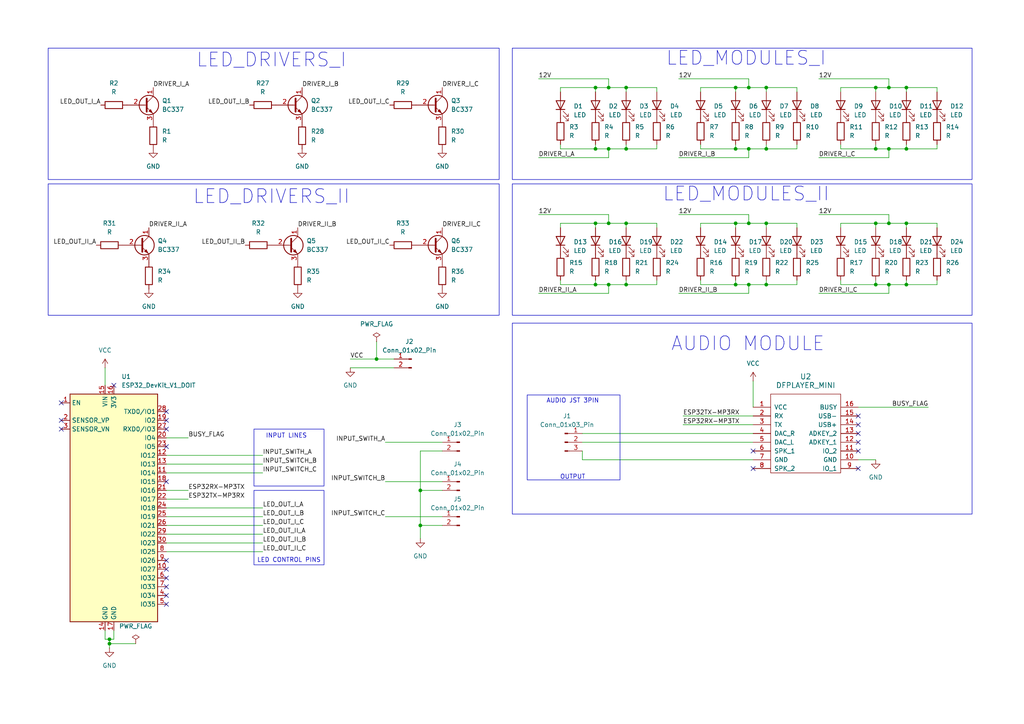
<source format=kicad_sch>
(kicad_sch (version 20231120) (generator "eeschema") (generator_version "8.0")
  (paper "A4")
  (lib_symbols
    (symbol "Arduino-Various:DFPLAYER_MINI" (pin_names (offset 1.016))
      (property "Reference" "U" (at 0 -6.35 0))
      (property "Value" "DFPLAYER_MINI" (at 0 11.43 0))
      (symbol "DFPLAYER_MINI_0_1"
        (rectangle (start -10.16 -10.16) (end 10.16 12.7))
      )
      (symbol "DFPLAYER_MINI_1_1"
        (pin input line (at -15.24 8.89 0) (length 5.08) (name "VCC") (number "1"))
        (pin input line (at 15.24 -6.35 180) (length 5.08) (name "GND") (number "10"))
        (pin input line (at 15.24 -3.81 180) (length 5.08) (name "IO_2") (number "11"))
        (pin input line (at 15.24 -1.27 180) (length 5.08) (name "ADKEY_1") (number "12"))
        (pin input line (at 15.24 1.27 180) (length 5.08) (name "ADKEY_2") (number "13"))
        (pin input line (at 15.24 3.81 180) (length 5.08) (name "USB+") (number "14"))
        (pin input line (at 15.24 6.35 180) (length 5.08) (name "USB-") (number "15"))
        (pin input line (at 15.24 8.89 180) (length 5.08) (name "BUSY") (number "16"))
        (pin input line (at -15.24 6.35 0) (length 5.08) (name "RX") (number "2"))
        (pin input line (at -15.24 3.81 0) (length 5.08) (name "TX") (number "3"))
        (pin input line (at -15.24 1.27 0) (length 5.08) (name "DAC_R") (number "4"))
        (pin input line (at -15.24 -1.27 0) (length 5.08) (name "DAC_L") (number "5"))
        (pin input line (at -15.24 -3.81 0) (length 5.08) (name "SPK_1") (number "6"))
        (pin input line (at -15.24 -6.35 0) (length 5.08) (name "GND") (number "7"))
        (pin input line (at -15.24 -8.89 0) (length 5.08) (name "SPK_2") (number "8"))
        (pin input line (at 15.24 -8.89 180) (length 5.08) (name "IO_1") (number "9"))
      )
    )
    (symbol "Connector:Conn_01x02_Pin" (pin_names (offset 1.016) hide)
      (property "Reference" "J" (at 0 2.54 0))
      (property "Value" "Conn_01x02_Pin" (at 0 -5.08 0))
      (symbol "Conn_01x02_Pin_1_1"
        (polyline (pts (xy 1.27 -2.54) (xy 0.8636 -2.54)) (stroke (width 0.1524)))
        (polyline (pts (xy 1.27 0) (xy 0.8636 0)) (stroke (width 0.1524)))
        (rectangle (start 0.8636 -2.413) (end 0 -2.667) (stroke (width 0.1524)) (fill (type outline)))
        (rectangle (start 0.8636 0.127) (end 0 -0.127) (stroke (width 0.1524)) (fill (type outline)))
        (pin passive line (at 5.08 0 180) (length 3.81) (name "Pin_1") (number "1"))
        (pin passive line (at 5.08 -2.54 180) (length 3.81) (name "Pin_2") (number "2"))
      )
    )
    (symbol "Connector:Conn_01x03_Pin" (pin_names (offset 1.016) hide)
      (property "Reference" "J" (at 0 5.08 0))
      (property "Value" "Conn_01x03_Pin" (at 0 -5.08 0))
      (symbol "Conn_01x03_Pin_1_1"
        (polyline (pts (xy 1.27 -2.54) (xy 0.8636 -2.54)) (stroke (width 0.1524)))
        (polyline (pts (xy 1.27 0) (xy 0.8636 0)) (stroke (width 0.1524)))
        (polyline (pts (xy 1.27 2.54) (xy 0.8636 2.54)) (stroke (width 0.1524)))
        (rectangle (start 0.8636 -2.413) (end 0 -2.667) (stroke (width 0.1524)) (fill (type outline)))
        (rectangle (start 0.8636 0.127) (end 0 -0.127) (stroke (width 0.1524)) (fill (type outline)))
        (rectangle (start 0.8636 2.667) (end 0 2.413) (stroke (width 0.1524)) (fill (type outline)))
        (pin passive line (at 5.08 2.54 180) (length 3.81) (name "Pin_1") (number "1"))
        (pin passive line (at 5.08 0 180) (length 3.81) (name "Pin_2") (number "2"))
        (pin passive line (at 5.08 -2.54 180) (length 3.81) (name "Pin_3") (number "3"))
      )
    )
    (symbol "Device:LED" (pin_numbers hide) (pin_names (offset 1.016) hide)
      (property "Reference" "D" (at 0 2.54 0))
      (property "Value" "LED" (at 0 -2.54 0))
      (symbol "LED_0_1"
        (polyline (pts (xy -1.27 -1.27) (xy -1.27 1.27)) (stroke (width 0.254)))
        (polyline (pts (xy -1.27 0) (xy 1.27 0)))
        (polyline (pts (xy 1.27 -1.27) (xy 1.27 1.27) (xy -1.27 0) (xy 1.27 -1.27)) (stroke (width 0.254)))
        (polyline (pts (xy -3.048 -0.762) (xy -4.572 -2.286) (xy -3.81 -2.286) (xy -4.572 -2.286) (xy -4.572 -1.524)))
        (polyline (pts (xy -1.778 -0.762) (xy -3.302 -2.286) (xy -2.54 -2.286) (xy -3.302 -2.286) (xy -3.302 -1.524)))
      )
      (symbol "LED_1_1"
        (pin passive line (at -3.81 0 0) (length 2.54) (name "K") (number "1"))
        (pin passive line (at 3.81 0 180) (length 2.54) (name "A") (number "2"))
      )
    )
    (symbol "Device:R" (pin_numbers hide) (pin_names (offset 0))
      (property "Reference" "R" (at 2.032 0 90))
      (property "Value" "R" (at 0 0 90))
      (symbol "R_0_1"
        (rectangle (start -1.016 -2.54) (end 1.016 2.54) (stroke (width 0.254)))
      )
      (symbol "R_1_1"
        (pin passive line (at 0 3.81 270) (length 1.27) (name "~") (number "1"))
        (pin passive line (at 0 -3.81 90) (length 1.27) (name "~") (number "2"))
      )
    )
    (symbol "ESP32_DevKit_V1_DOIT:ESP32_DevKit_V1_DOIT"
      (property "Reference" "U" (at -11.43 34.29 0))
      (property "Value" "ESP32_DevKit_V1_DOIT" (at 11.43 34.29 0))
      (symbol "ESP32_DevKit_V1_DOIT_1_1"
        (rectangle (start -12.7 33.02) (end 12.7 -33.02) (stroke (width 0.254)) (fill (type background)))
        (pin input line (at -15.24 30.48 0) (length 2.54) (name "EN") (number "1"))
        (pin bidirectional line (at 15.24 -17.78 180) (length 2.54) (name "IO27") (number "10"))
        (pin bidirectional line (at 15.24 10.16 180) (length 2.54) (name "IO14") (number "11"))
        (pin bidirectional line (at 15.24 15.24 180) (length 2.54) (name "IO12") (number "12"))
        (pin bidirectional line (at 15.24 12.7 180) (length 2.54) (name "IO13") (number "13"))
        (pin power_in line (at -2.54 -35.56 90) (length 2.54) (name "GND") (number "14"))
        (pin power_in line (at -2.54 35.56 270) (length 2.54) (name "VIN") (number "15"))
        (pin power_in line (at 0 35.56 270) (length 2.54) (name "3V3") (number "16"))
        (pin power_in line (at 0 -35.56 90) (length 2.54) (name "GND") (number "17"))
        (pin bidirectional line (at 15.24 7.62 180) (length 2.54) (name "IO15") (number "18"))
        (pin bidirectional line (at 15.24 25.4 180) (length 2.54) (name "IO2") (number "19"))
        (pin input line (at -15.24 25.4 0) (length 2.54) (name "SENSOR_VP") (number "2"))
        (pin bidirectional line (at 15.24 20.32 180) (length 2.54) (name "IO4") (number "20"))
        (pin bidirectional line (at 15.24 5.08 180) (length 2.54) (name "IO16") (number "21"))
        (pin bidirectional line (at 15.24 2.54 180) (length 2.54) (name "IO17") (number "22"))
        (pin bidirectional line (at 15.24 17.78 180) (length 2.54) (name "IO5") (number "23"))
        (pin bidirectional line (at 15.24 0 180) (length 2.54) (name "IO18") (number "24"))
        (pin bidirectional line (at 15.24 -2.54 180) (length 2.54) (name "IO19") (number "25"))
        (pin bidirectional line (at 15.24 -5.08 180) (length 2.54) (name "IO21") (number "26"))
        (pin bidirectional line (at 15.24 22.86 180) (length 2.54) (name "RXD0/IO3") (number "27"))
        (pin bidirectional line (at 15.24 27.94 180) (length 2.54) (name "TXD0/IO1") (number "28"))
        (pin bidirectional line (at 15.24 -7.62 180) (length 2.54) (name "IO22") (number "29"))
        (pin input line (at -15.24 22.86 0) (length 2.54) (name "SENSOR_VN") (number "3"))
        (pin bidirectional line (at 15.24 -10.16 180) (length 2.54) (name "IO23") (number "30"))
        (pin input line (at 15.24 -25.4 180) (length 2.54) (name "IO34") (number "4"))
        (pin input line (at 15.24 -27.94 180) (length 2.54) (name "IO35") (number "5"))
        (pin bidirectional line (at 15.24 -20.32 180) (length 2.54) (name "IO32") (number "6"))
        (pin bidirectional line (at 15.24 -22.86 180) (length 2.54) (name "IO33") (number "7"))
        (pin bidirectional line (at 15.24 -12.7 180) (length 2.54) (name "IO25") (number "8"))
        (pin bidirectional line (at 15.24 -15.24 180) (length 2.54) (name "IO26") (number "9"))
      )
    )
    (symbol "Transistor_BJT:BC337" (pin_names (offset 0) hide)
      (property "Reference" "Q" (at 5.08 1.905 0))
      (property "Value" "BC337" (at 5.08 0 0))
      (symbol "BC337_0_1"
        (polyline (pts (xy 0 0) (xy 0.635 0)))
        (polyline (pts (xy 0.635 0.635) (xy 2.54 2.54)))
        (polyline (pts (xy 0.635 -0.635) (xy 2.54 -2.54) (xy 2.54 -2.54)))
        (polyline (pts (xy 0.635 1.905) (xy 0.635 -1.905) (xy 0.635 -1.905)) (stroke (width 0.508)))
        (polyline (pts (xy 1.27 -1.778) (xy 1.778 -1.27) (xy 2.286 -2.286) (xy 1.27 -1.778) (xy 1.27 -1.778)) (fill (type outline)))
        (circle (center 1.27 0) (radius 2.8194) (stroke (width 0.254)))
      )
      (symbol "BC337_1_1"
        (pin passive line (at 2.54 5.08 270) (length 2.54) (name "C") (number "1"))
        (pin input line (at -5.08 0 0) (length 5.08) (name "B") (number "2"))
        (pin passive line (at 2.54 -5.08 90) (length 2.54) (name "E") (number "3"))
      )
    )
    (symbol "power:GND" (power) (pin_numbers hide) (pin_names (offset 0) hide)
      (property "Value" "GND" (at 0 -3.81 0))
      (symbol "GND_0_1"
        (polyline (pts (xy 0 0) (xy 0 -1.27) (xy 1.27 -1.27) (xy 0 -2.54) (xy -1.27 -1.27) (xy 0 -1.27)))
      )
      (symbol "GND_1_1"
        (pin power_in line (at 0 0 270) (length 0) (name "~") (number "1"))
      )
    )
    (symbol "power:PWR_FLAG" (power) (pin_numbers hide) (pin_names (offset 0) hide)
      (property "Value" "PWR_FLAG" (at 0 3.81 0))
      (symbol "PWR_FLAG_0_0"
        (pin power_out line (at 0 0 90) (length 0) (name "~") (number "1"))
      )
      (symbol "PWR_FLAG_0_1"
        (polyline (pts (xy 0 0) (xy 0 1.27) (xy -1.016 1.905) (xy 0 2.54) (xy 1.016 1.905) (xy 0 1.27)))
      )
    )
    (symbol "power:VCC" (power) (pin_numbers hide) (pin_names (offset 0) hide)
      (property "Value" "VCC" (at 0 3.556 0))
      (symbol "VCC_0_1"
        (polyline (pts (xy -0.762 1.27) (xy 0 2.54)))
        (polyline (pts (xy 0 0) (xy 0 2.54)))
        (polyline (pts (xy 0 2.54) (xy 0.762 1.27)))
      )
      (symbol "VCC_1_1"
        (pin power_in line (at 0 0 90) (length 0) (name "~") (number "1"))
      )
    )
  )
  (junction (at 213.36 43.18))
  (junction (at 254 25.4))
  (junction (at 254 82.55))
  (junction (at 172.72 82.55))
  (junction (at 213.36 82.55))
  (junction (at 121.92 152.4))
  (junction (at 217.17 64.77))
  (junction (at 176.53 43.18))
  (junction (at 217.17 43.18))
  (junction (at 172.72 64.77))
  (junction (at 262.89 64.77))
  (junction (at 257.81 43.18))
  (junction (at 254 64.77))
  (junction (at 222.25 82.55))
  (junction (at 262.89 25.4))
  (junction (at 217.17 25.4))
  (junction (at 262.89 43.18))
  (junction (at 222.25 64.77))
  (junction (at 217.17 82.55))
  (junction (at 31.75 185.42))
  (junction (at 176.53 25.4))
  (junction (at 213.36 64.77))
  (junction (at 176.53 64.77))
  (junction (at 181.61 25.4))
  (junction (at 213.36 25.4))
  (junction (at 257.81 64.77))
  (junction (at 109.22 104.14))
  (junction (at 254 43.18))
  (junction (at 172.72 43.18))
  (junction (at 181.61 82.55))
  (junction (at 257.81 25.4))
  (junction (at 31.75 186.69))
  (junction (at 257.81 82.55))
  (junction (at 181.61 43.18))
  (junction (at 181.61 64.77))
  (junction (at 262.89 82.55))
  (junction (at 222.25 25.4))
  (junction (at 222.25 43.18))
  (junction (at 121.92 142.24))
  (junction (at 176.53 82.55))
  (junction (at 172.72 25.4))
  (no_connect (at 48.26 172.72))
  (no_connect (at 48.26 175.26))
  (no_connect (at 48.26 139.7))
  (no_connect (at 48.26 162.56))
  (no_connect (at 48.26 165.1))
  (no_connect (at 48.26 121.92))
  (no_connect (at 17.78 124.46))
  (no_connect (at 248.92 135.89))
  (no_connect (at 48.26 170.18))
  (no_connect (at 48.26 119.38))
  (no_connect (at 218.44 130.81))
  (no_connect (at 218.44 135.89))
  (no_connect (at 48.26 129.54))
  (no_connect (at 48.26 124.46))
  (no_connect (at 248.92 130.81))
  (no_connect (at 17.78 121.92))
  (no_connect (at 33.02 111.76))
  (no_connect (at 248.92 128.27))
  (no_connect (at 248.92 123.19))
  (no_connect (at 17.78 116.84))
  (no_connect (at 248.92 125.73))
  (no_connect (at 248.92 120.65))
  (no_connect (at 48.26 167.64))
  (wire (pts (xy 176.53 62.23) (xy 176.53 64.77)))
  (wire (pts (xy 162.56 81.28) (xy 162.56 82.55)))
  (wire (pts (xy 31.75 185.42) (xy 33.02 185.42)))
  (wire (pts (xy 162.56 26.67) (xy 162.56 25.4)))
  (wire (pts (xy 218.44 110.49) (xy 218.44 118.11)))
  (wire (pts (xy 271.78 25.4) (xy 271.78 26.67)))
  (wire (pts (xy 196.85 45.72) (xy 217.17 45.72)))
  (wire (pts (xy 213.36 81.28) (xy 213.36 82.55)))
  (wire (pts (xy 111.76 139.7) (xy 128.27 139.7)))
  (wire (pts (xy 217.17 22.86) (xy 217.17 25.4)))
  (wire (pts (xy 176.53 25.4) (xy 181.61 25.4)))
  (wire (pts (xy 48.26 160.02) (xy 76.2 160.02)))
  (wire (pts (xy 217.17 62.23) (xy 217.17 64.77)))
  (wire (pts (xy 254 64.77) (xy 254 66.04)))
  (wire (pts (xy 172.72 25.4) (xy 176.53 25.4)))
  (wire (pts (xy 172.72 64.77) (xy 172.72 66.04)))
  (wire (pts (xy 243.84 25.4) (xy 254 25.4)))
  (wire (pts (xy 262.89 64.77) (xy 271.78 64.77)))
  (wire (pts (xy 128.27 152.4) (xy 121.92 152.4)))
  (wire (pts (xy 162.56 82.55) (xy 172.72 82.55)))
  (wire (pts (xy 48.26 147.32) (xy 76.2 147.32)))
  (wire (pts (xy 254 25.4) (xy 257.81 25.4)))
  (wire (pts (xy 222.25 64.77) (xy 231.14 64.77)))
  (wire (pts (xy 217.17 43.18) (xy 217.17 45.72)))
  (wire (pts (xy 254 81.28) (xy 254 82.55)))
  (wire (pts (xy 162.56 41.91) (xy 162.56 43.18)))
  (wire (pts (xy 271.78 41.91) (xy 271.78 43.18)))
  (wire (pts (xy 181.61 82.55) (xy 190.5 82.55)))
  (wire (pts (xy 109.22 99.06) (xy 109.22 104.14)))
  (wire (pts (xy 156.21 85.09) (xy 176.53 85.09)))
  (wire (pts (xy 168.91 125.73) (xy 218.44 125.73)))
  (wire (pts (xy 254 82.55) (xy 257.81 82.55)))
  (wire (pts (xy 217.17 43.18) (xy 222.25 43.18)))
  (wire (pts (xy 121.92 142.24) (xy 128.27 142.24)))
  (wire (pts (xy 231.14 64.77) (xy 231.14 66.04)))
  (wire (pts (xy 181.61 64.77) (xy 181.61 66.04)))
  (wire (pts (xy 181.61 43.18) (xy 190.5 43.18)))
  (wire (pts (xy 172.72 81.28) (xy 172.72 82.55)))
  (wire (pts (xy 231.14 41.91) (xy 231.14 43.18)))
  (wire (pts (xy 213.36 64.77) (xy 217.17 64.77)))
  (wire (pts (xy 48.26 144.78) (xy 54.61 144.78)))
  (wire (pts (xy 213.36 82.55) (xy 217.17 82.55)))
  (wire (pts (xy 203.2 41.91) (xy 203.2 43.18)))
  (wire (pts (xy 121.92 142.24) (xy 121.92 130.81)))
  (wire (pts (xy 48.26 132.08) (xy 76.2 132.08)))
  (wire (pts (xy 190.5 81.28) (xy 190.5 82.55)))
  (wire (pts (xy 217.17 64.77) (xy 222.25 64.77)))
  (wire (pts (xy 203.2 64.77) (xy 213.36 64.77)))
  (wire (pts (xy 203.2 26.67) (xy 203.2 25.4)))
  (wire (pts (xy 198.12 123.19) (xy 218.44 123.19)))
  (wire (pts (xy 243.84 66.04) (xy 243.84 64.77)))
  (wire (pts (xy 217.17 82.55) (xy 217.17 85.09)))
  (wire (pts (xy 262.89 43.18) (xy 271.78 43.18)))
  (wire (pts (xy 243.84 43.18) (xy 254 43.18)))
  (wire (pts (xy 30.48 106.68) (xy 30.48 111.76)))
  (wire (pts (xy 162.56 64.77) (xy 172.72 64.77)))
  (wire (pts (xy 190.5 25.4) (xy 190.5 26.67)))
  (wire (pts (xy 243.84 26.67) (xy 243.84 25.4)))
  (wire (pts (xy 30.48 185.42) (xy 31.75 185.42)))
  (wire (pts (xy 222.25 64.77) (xy 222.25 66.04)))
  (wire (pts (xy 48.26 127) (xy 54.61 127)))
  (wire (pts (xy 262.89 64.77) (xy 262.89 66.04)))
  (wire (pts (xy 217.17 25.4) (xy 222.25 25.4)))
  (wire (pts (xy 162.56 25.4) (xy 172.72 25.4)))
  (wire (pts (xy 109.22 104.14) (xy 114.3 104.14)))
  (wire (pts (xy 222.25 81.28) (xy 222.25 82.55)))
  (wire (pts (xy 121.92 152.4) (xy 121.92 142.24)))
  (wire (pts (xy 231.14 25.4) (xy 231.14 26.67)))
  (wire (pts (xy 203.2 82.55) (xy 213.36 82.55)))
  (wire (pts (xy 31.75 186.69) (xy 39.37 186.69)))
  (wire (pts (xy 222.25 25.4) (xy 222.25 26.67)))
  (wire (pts (xy 48.26 134.62) (xy 76.2 134.62)))
  (wire (pts (xy 181.61 25.4) (xy 190.5 25.4)))
  (wire (pts (xy 196.85 85.09) (xy 217.17 85.09)))
  (wire (pts (xy 222.25 82.55) (xy 231.14 82.55)))
  (wire (pts (xy 48.26 157.48) (xy 76.2 157.48)))
  (wire (pts (xy 262.89 81.28) (xy 262.89 82.55)))
  (wire (pts (xy 257.81 82.55) (xy 257.81 85.09)))
  (wire (pts (xy 172.72 41.91) (xy 172.72 43.18)))
  (wire (pts (xy 176.53 22.86) (xy 176.53 25.4)))
  (wire (pts (xy 114.3 106.68) (xy 101.6 106.68)))
  (wire (pts (xy 30.48 182.88) (xy 30.48 185.42)))
  (wire (pts (xy 257.81 62.23) (xy 257.81 64.77)))
  (wire (pts (xy 162.56 66.04) (xy 162.56 64.77)))
  (wire (pts (xy 190.5 41.91) (xy 190.5 43.18)))
  (wire (pts (xy 190.5 64.77) (xy 190.5 66.04)))
  (wire (pts (xy 222.25 43.18) (xy 231.14 43.18)))
  (wire (pts (xy 198.12 120.65) (xy 218.44 120.65)))
  (wire (pts (xy 248.92 133.35) (xy 254 133.35)))
  (wire (pts (xy 257.81 43.18) (xy 262.89 43.18)))
  (wire (pts (xy 176.53 82.55) (xy 181.61 82.55)))
  (wire (pts (xy 181.61 41.91) (xy 181.61 43.18)))
  (wire (pts (xy 48.26 137.16) (xy 76.2 137.16)))
  (wire (pts (xy 203.2 25.4) (xy 213.36 25.4)))
  (wire (pts (xy 168.91 133.35) (xy 168.91 130.81)))
  (wire (pts (xy 257.81 25.4) (xy 262.89 25.4)))
  (wire (pts (xy 271.78 81.28) (xy 271.78 82.55)))
  (wire (pts (xy 181.61 25.4) (xy 181.61 26.67)))
  (wire (pts (xy 237.49 85.09) (xy 257.81 85.09)))
  (wire (pts (xy 243.84 82.55) (xy 254 82.55)))
  (wire (pts (xy 48.26 142.24) (xy 54.61 142.24)))
  (wire (pts (xy 196.85 62.23) (xy 217.17 62.23)))
  (wire (pts (xy 196.85 22.86) (xy 217.17 22.86)))
  (wire (pts (xy 31.75 185.42) (xy 31.75 186.69)))
  (wire (pts (xy 213.36 41.91) (xy 213.36 43.18)))
  (wire (pts (xy 257.81 43.18) (xy 257.81 45.72)))
  (wire (pts (xy 213.36 25.4) (xy 217.17 25.4)))
  (wire (pts (xy 48.26 152.4) (xy 76.2 152.4)))
  (wire (pts (xy 254 25.4) (xy 254 26.67)))
  (wire (pts (xy 181.61 64.77) (xy 190.5 64.77)))
  (wire (pts (xy 168.91 133.35) (xy 218.44 133.35)))
  (wire (pts (xy 262.89 82.55) (xy 271.78 82.55)))
  (wire (pts (xy 172.72 25.4) (xy 172.72 26.67)))
  (wire (pts (xy 254 64.77) (xy 257.81 64.77)))
  (wire (pts (xy 213.36 43.18) (xy 217.17 43.18)))
  (wire (pts (xy 48.26 149.86) (xy 76.2 149.86)))
  (wire (pts (xy 257.81 82.55) (xy 262.89 82.55)))
  (wire (pts (xy 217.17 82.55) (xy 222.25 82.55)))
  (wire (pts (xy 237.49 22.86) (xy 257.81 22.86)))
  (wire (pts (xy 176.53 43.18) (xy 181.61 43.18)))
  (wire (pts (xy 262.89 25.4) (xy 262.89 26.67)))
  (wire (pts (xy 271.78 64.77) (xy 271.78 66.04)))
  (wire (pts (xy 262.89 25.4) (xy 271.78 25.4)))
  (wire (pts (xy 203.2 81.28) (xy 203.2 82.55)))
  (wire (pts (xy 257.81 64.77) (xy 262.89 64.77)))
  (wire (pts (xy 248.92 118.11) (xy 269.24 118.11)))
  (wire (pts (xy 243.84 41.91) (xy 243.84 43.18)))
  (wire (pts (xy 162.56 43.18) (xy 172.72 43.18)))
  (wire (pts (xy 213.36 64.77) (xy 213.36 66.04)))
  (wire (pts (xy 121.92 130.81) (xy 128.27 130.81)))
  (wire (pts (xy 203.2 43.18) (xy 213.36 43.18)))
  (wire (pts (xy 237.49 45.72) (xy 257.81 45.72)))
  (wire (pts (xy 243.84 64.77) (xy 254 64.77)))
  (wire (pts (xy 176.53 82.55) (xy 176.53 85.09)))
  (wire (pts (xy 254 41.91) (xy 254 43.18)))
  (wire (pts (xy 257.81 22.86) (xy 257.81 25.4)))
  (wire (pts (xy 231.14 81.28) (xy 231.14 82.55)))
  (wire (pts (xy 156.21 62.23) (xy 176.53 62.23)))
  (wire (pts (xy 156.21 22.86) (xy 176.53 22.86)))
  (wire (pts (xy 176.53 64.77) (xy 181.61 64.77)))
  (wire (pts (xy 243.84 81.28) (xy 243.84 82.55)))
  (wire (pts (xy 222.25 41.91) (xy 222.25 43.18)))
  (wire (pts (xy 48.26 154.94) (xy 76.2 154.94)))
  (wire (pts (xy 176.53 43.18) (xy 176.53 45.72)))
  (wire (pts (xy 111.76 149.86) (xy 128.27 149.86)))
  (wire (pts (xy 172.72 64.77) (xy 176.53 64.77)))
  (wire (pts (xy 181.61 81.28) (xy 181.61 82.55)))
  (wire (pts (xy 121.92 152.4) (xy 121.92 156.21)))
  (wire (pts (xy 101.6 104.14) (xy 109.22 104.14)))
  (wire (pts (xy 213.36 25.4) (xy 213.36 26.67)))
  (wire (pts (xy 168.91 128.27) (xy 218.44 128.27)))
  (wire (pts (xy 254 43.18) (xy 257.81 43.18)))
  (wire (pts (xy 237.49 62.23) (xy 257.81 62.23)))
  (wire (pts (xy 172.72 43.18) (xy 176.53 43.18)))
  (wire (pts (xy 111.76 128.27) (xy 128.27 128.27)))
  (wire (pts (xy 262.89 41.91) (xy 262.89 43.18)))
  (wire (pts (xy 203.2 66.04) (xy 203.2 64.77)))
  (wire (pts (xy 33.02 185.42) (xy 33.02 182.88)))
  (wire (pts (xy 31.75 186.69) (xy 31.75 187.96)))
  (wire (pts (xy 156.21 45.72) (xy 176.53 45.72)))
  (wire (pts (xy 222.25 25.4) (xy 231.14 25.4)))
  (wire (pts (xy 172.72 82.55) (xy 176.53 82.55)))
  (rectangle (start 148.59 93.726) (end 281.94 149.098))
  (rectangle (start 73.66 124.46) (end 93.98 140.97))
  (rectangle (start 13.97 53.34) (end 144.78 91.44))
  (rectangle (start 73.66 142.24) (end 93.98 163.83))
  (rectangle (start 148.59 13.97) (end 281.94 52.07))
  (rectangle (start 152.908 114.554) (end 179.832 139.192))
  (rectangle (start 148.59 53.34) (end 281.94 91.44))
  (rectangle (start 13.97 13.97) (end 144.78 52.07))
  (text "LED_DRIVERS_I" (at 78.74 17.526 0) (effects (font (size 4 4))))
  (text "INPUT LINES\n" (at 83.058 126.492 0) (effects (font (size 1.27 1.27))))
  (text "LED_MODULES_I" (at 216.408 17.018 0) (effects (font (size 4 4))))
  (text "LED_MODULES_II\n" (at 216.408 56.388 0) (effects (font (size 4 4))))
  (text "AUDIO MODULE\n" (at 216.916 99.822 0) (effects (font (size 4 4))))
  (text "OUTPUT" (at 166.116 138.43 0) (effects (font (size 1.27 1.27))))
  (text "AUDIO JST 3PIN\n" (at 166.116 116.332 0) (effects (font (size 1.27 1.27))))
  (text "LED CONTROL PINS" (at 83.82 162.56 0) (effects (font (size 1.27 1.27))))
  (text "LED_DRIVERS_II" (at 78.74 57.15 0) (effects (font (size 4 4))))
  (label "LED_OUT_II_B" (at 71.12 71.12 180))
  (label "12V" (at 237.49 22.86 0))
  (label "LED_OUT_I_B" (at 72.39 30.48 180))
  (label "LED_OUT_II_B" (at 76.2 157.48 0))
  (label "DRIVER_II_A" (at 156.21 85.09 0))
  (label "DRIVER_II_C" (at 237.49 85.09 0))
  (label "VCC" (at 101.6 104.14 0))
  (label "INPUT_SWITCH_C" (at 76.2 137.16 0))
  (label "BUSY_FLAG" (at 54.61 127 0))
  (label "DRIVER_II_A" (at 43.18 66.04 0))
  (label "12V" (at 237.49 62.23 0))
  (label "LED_OUT_I_A" (at 29.21 30.48 180))
  (label "LED_OUT_I_B" (at 76.2 149.86 0))
  (label "ESP32RX-MP3TX" (at 54.61 142.24 0))
  (label "BUSY_FLAG" (at 269.24 118.11 180))
  (label "12V" (at 156.21 62.23 0))
  (label "INPUT_SWITCH_B" (at 111.76 139.7 180))
  (label "LED_OUT_II_C" (at 76.2 160.02 0))
  (label "ESP32TX-MP3RX" (at 54.61 144.78 0))
  (label "INPUT_SWITH_A" (at 111.76 128.27 180))
  (label "DRIVER_I_C" (at 237.49 45.72 0))
  (label "LED_OUT_II_C" (at 113.03 71.12 180))
  (label "LED_OUT_I_C" (at 113.03 30.48 180))
  (label "DRIVER_II_B" (at 86.36 66.04 0))
  (label "DRIVER_I_A" (at 156.21 45.72 0))
  (label "12V" (at 156.21 22.86 0))
  (label "12V" (at 196.85 22.86 0))
  (label "DRIVER_II_B" (at 196.85 85.09 0))
  (label "ESP32RX-MP3TX" (at 198.12 123.19 0))
  (label "LED_OUT_II_A" (at 76.2 154.94 0))
  (label "DRIVER_I_B" (at 196.85 45.72 0))
  (label "LED_OUT_I_C" (at 76.2 152.4 0))
  (label "INPUT_SWITCH_B" (at 76.2 134.62 0))
  (label "INPUT_SWITH_A" (at 76.2 132.08 0))
  (label "ESP32TX-MP3RX" (at 198.12 120.65 0))
  (label "DRIVER_I_C" (at 128.27 25.4 0))
  (label "DRIVER_I_A" (at 44.45 25.4 0))
  (label "INPUT_SWITCH_C" (at 111.76 149.86 180))
  (label "DRIVER_I_B" (at 87.63 25.4 0))
  (label "LED_OUT_I_A" (at 76.2 147.32 0))
  (label "LED_OUT_II_A" (at 27.94 71.12 180))
  (label "DRIVER_II_C" (at 128.27 66.04 0))
  (label "12V" (at 196.85 62.23 0))
  (symbol (lib_id "Device:R") (at 86.36 80.01 0) (unit 1)
    (property "Reference" "R35" (at 88.9 78.7399 0) (effects (justify left)))
    (property "Value" "R" (at 88.9 81.2799 0) (effects (justify left)))
    (property "Description" "Resistor" (effects (hide yes)))
  )
  (symbol (lib_id "Device:R") (at 128.27 80.01 0) (unit 1)
    (property "Reference" "R36" (at 130.81 78.7399 0) (effects (justify left)))
    (property "Value" "R" (at 130.81 81.2799 0) (effects (justify left)))
    (property "Description" "Resistor" (effects (hide yes)))
  )
  (symbol (lib_id "Device:LED") (at 162.56 69.85 90) (unit 1)
    (property "Reference" "D13" (at 166.37 70.1674 90) (effects (justify right)))
    (property "Value" "LED" (at 166.37 72.7074 90) (effects (justify right)))
    (property "Description" "Light emitting diode" (effects (hide yes)))
  )
  (symbol (lib_id "power:GND") (at 101.6 106.68 0) (unit 1)
    (property "Reference" "#PWR011" (effects (hide yes)))
    (property "Value" "GND" (at 101.6 111.76 0))
    (property "Description" "Power symbol creates a global label with name \"GND\" , ground" (effects (hide yes)))
  )
  (symbol (lib_id "Device:LED") (at 254 30.48 90) (unit 1)
    (property "Reference" "D10" (at 257.81 30.7974 90) (effects (justify right)))
    (property "Value" "LED" (at 257.81 33.3374 90) (effects (justify right)))
    (property "Description" "Light emitting diode" (effects (hide yes)))
  )
  (symbol (lib_id "Device:R") (at 74.93 71.12 90) (unit 1)
    (property "Reference" "R32" (at 74.93 64.77 90))
    (property "Value" "R" (at 74.93 67.31 90))
    (property "Description" "Resistor" (effects (hide yes)))
  )
  (symbol (lib_id "power:VCC") (at 30.48 106.68 0) (unit 1)
    (property "Reference" "#PWR01" (effects (hide yes)))
    (property "Value" "VCC" (at 30.48 101.6 0))
    (property "Description" "Power symbol creates a global label with name \"VCC\"" (effects (hide yes)))
  )
  (symbol (lib_id "Device:LED") (at 222.25 30.48 90) (unit 1)
    (property "Reference" "D7" (at 226.06 30.7974 90) (effects (justify right)))
    (property "Value" "LED" (at 226.06 33.3374 90) (effects (justify right)))
    (property "Description" "Light emitting diode" (effects (hide yes)))
  )
  (symbol (lib_id "Device:LED") (at 203.2 30.48 90) (unit 1)
    (property "Reference" "D5" (at 207.01 30.7974 90) (effects (justify right)))
    (property "Value" "LED" (at 207.01 33.3374 90) (effects (justify right)))
    (property "Description" "Light emitting diode" (effects (hide yes)))
  )
  (symbol (lib_id "Device:R") (at 31.75 71.12 90) (unit 1)
    (property "Reference" "R31" (at 31.75 64.77 90))
    (property "Value" "R" (at 31.75 67.31 90))
    (property "Description" "Resistor" (effects (hide yes)))
  )
  (symbol (lib_id "Device:R") (at 33.02 30.48 90) (unit 1)
    (property "Reference" "R2" (at 33.02 24.13 90))
    (property "Value" "R" (at 33.02 26.67 90))
    (property "Description" "Resistor" (effects (hide yes)))
  )
  (symbol (lib_id "Device:R") (at 181.61 77.47 0) (unit 1)
    (property "Reference" "R21" (at 184.15 76.1999 0) (effects (justify left)))
    (property "Value" "R" (at 184.15 78.7399 0) (effects (justify left)))
    (property "Description" "Resistor" (effects (hide yes)))
  )
  (symbol (lib_id "Transistor_BJT:BC337") (at 41.91 30.48 0) (unit 1)
    (property "Reference" "Q1" (at 46.99 29.2099 0) (effects (justify left)))
    (property "Value" "BC337" (at 46.99 31.7499 0) (effects (justify left)))
    (property "Footprint" "Package_TO_SOT_THT:TO-92_Inline" (effects (hide yes)))
    (property "Datasheet" "https://diotec.com/tl_files/diotec/files/pdf/datasheets/bc337.pdf" (effects (hide yes)))
    (property "Description" "0.8A Ic, 45V Vce, NPN Transistor, TO-92" (effects (hide yes)))
  )
  (symbol (lib_id "Device:LED") (at 262.89 69.85 90) (unit 1)
    (property "Reference" "D21" (at 266.7 70.1674 90) (effects (justify right)))
    (property "Value" "LED" (at 266.7 72.7074 90) (effects (justify right)))
    (property "Description" "Light emitting diode" (effects (hide yes)))
  )
  (symbol (lib_id "power:GND") (at 128.27 43.18 0) (unit 1)
    (property "Reference" "#PWR07" (effects (hide yes)))
    (property "Value" "GND" (at 128.27 48.26 0))
    (property "Description" "Power symbol creates a global label with name \"GND\" , ground" (effects (hide yes)))
  )
  (symbol (lib_id "power:GND") (at 254 133.35 0) (unit 1)
    (property "Reference" "#PWR04" (effects (hide yes)))
    (property "Value" "GND" (at 254 138.43 0))
    (property "Description" "Power symbol creates a global label with name \"GND\" , ground" (effects (hide yes)))
  )
  (symbol (lib_id "Device:R") (at 128.27 39.37 0) (unit 1)
    (property "Reference" "R30" (at 130.81 38.0999 0) (effects (justify left)))
    (property "Value" "R" (at 130.81 40.6399 0) (effects (justify left)))
    (property "Description" "Resistor" (effects (hide yes)))
  )
  (symbol (lib_id "power:VCC") (at 218.44 110.49 0) (unit 1)
    (property "Reference" "#PWR03" (effects (hide yes)))
    (property "Value" "VCC" (at 218.44 105.41 0))
    (property "Description" "Power symbol creates a global label with name \"VCC\"" (effects (hide yes)))
  )
  (symbol (lib_id "Device:LED") (at 181.61 30.48 90) (unit 1)
    (property "Reference" "D3" (at 185.42 30.7974 90) (effects (justify right)))
    (property "Value" "LED" (at 185.42 33.3374 90) (effects (justify right)))
    (property "Description" "Light emitting diode" (effects (hide yes)))
  )
  (symbol (lib_id "Device:LED") (at 243.84 69.85 90) (unit 1)
    (property "Reference" "D15" (at 247.65 70.1674 90) (effects (justify right)))
    (property "Value" "LED" (at 247.65 72.7074 90) (effects (justify right)))
    (property "Description" "Light emitting diode" (effects (hide yes)))
  )
  (symbol (lib_id "Connector:Conn_01x02_Pin") (at 133.35 139.7 0) (mirror y) (unit 1)
    (property "Reference" "J4" (at 132.715 134.62 0))
    (property "Value" "Conn_01x02_Pin" (at 132.715 137.16 0))
    (property "Description" "Generic connector, single row, 01x02, script generated" (effects (hide yes)))
  )
  (symbol (lib_id "Device:R") (at 172.72 38.1 0) (unit 1)
    (property "Reference" "R4" (at 175.26 36.8299 0) (effects (justify left)))
    (property "Value" "R" (at 175.26 39.3699 0) (effects (justify left)))
    (property "Description" "Resistor" (effects (hide yes)))
  )
  (symbol (lib_id "Device:LED") (at 243.84 30.48 90) (unit 1)
    (property "Reference" "D9" (at 247.65 30.7974 90) (effects (justify right)))
    (property "Value" "LED" (at 247.65 33.3374 90) (effects (justify right)))
    (property "Description" "Light emitting diode" (effects (hide yes)))
  )
  (symbol (lib_id "Device:R") (at 87.63 39.37 0) (unit 1)
    (property "Reference" "R28" (at 90.17 38.0999 0) (effects (justify left)))
    (property "Value" "R" (at 90.17 40.6399 0) (effects (justify left)))
    (property "Description" "Resistor" (effects (hide yes)))
  )
  (symbol (lib_id "Device:R") (at 162.56 77.47 0) (unit 1)
    (property "Reference" "R15" (at 165.1 76.1999 0) (effects (justify left)))
    (property "Value" "R" (at 165.1 78.7399 0) (effects (justify left)))
    (property "Description" "Resistor" (effects (hide yes)))
  )
  (symbol (lib_id "power:GND") (at 44.45 43.18 0) (unit 1)
    (property "Reference" "#PWR06" (effects (hide yes)))
    (property "Value" "GND" (at 44.45 48.26 0))
    (property "Description" "Power symbol creates a global label with name \"GND\" , ground" (effects (hide yes)))
  )
  (symbol (lib_id "Connector:Conn_01x02_Pin") (at 133.35 128.27 0) (mirror y) (unit 1)
    (property "Reference" "J3" (at 132.715 123.19 0))
    (property "Value" "Conn_01x02_Pin" (at 132.715 125.73 0))
    (property "Description" "Generic connector, single row, 01x02, script generated" (effects (hide yes)))
  )
  (symbol (lib_id "Device:R") (at 243.84 77.47 0) (unit 1)
    (property "Reference" "R17" (at 246.38 76.1999 0) (effects (justify left)))
    (property "Value" "R" (at 246.38 78.7399 0) (effects (justify left)))
    (property "Description" "Resistor" (effects (hide yes)))
  )
  (symbol (lib_id "Device:R") (at 116.84 71.12 90) (unit 1)
    (property "Reference" "R33" (at 116.84 64.77 90))
    (property "Value" "R" (at 116.84 67.31 90))
    (property "Description" "Resistor" (effects (hide yes)))
  )
  (symbol (lib_id "Connector:Conn_01x03_Pin") (at 163.83 128.27 0) (unit 1)
    (property "Reference" "J1" (at 164.465 120.65 0))
    (property "Value" "Conn_01x03_Pin" (at 164.465 123.19 0))
    (property "Description" "Generic connector, single row, 01x03, script generated" (effects (hide yes)))
  )
  (symbol (lib_id "Device:R") (at 254 38.1 0) (unit 1)
    (property "Reference" "R12" (at 256.54 36.8299 0) (effects (justify left)))
    (property "Value" "R" (at 256.54 39.3699 0) (effects (justify left)))
    (property "Description" "Resistor" (effects (hide yes)))
  )
  (symbol (lib_id "Device:R") (at 76.2 30.48 90) (unit 1)
    (property "Reference" "R27" (at 76.2 24.13 90))
    (property "Value" "R" (at 76.2 26.67 90))
    (property "Description" "Resistor" (effects (hide yes)))
  )
  (symbol (lib_id "Device:R") (at 271.78 38.1 0) (unit 1)
    (property "Reference" "R14" (at 274.32 36.8299 0) (effects (justify left)))
    (property "Value" "R" (at 274.32 39.3699 0) (effects (justify left)))
    (property "Description" "Resistor" (effects (hide yes)))
  )
  (symbol (lib_id "ESP32_DevKit_V1_DOIT:ESP32_DevKit_V1_DOIT") (at 33.02 147.32 0) (unit 1)
    (property "Reference" "U1" (at 35.2141 109.22 0) (effects (justify left)))
    (property "Value" "ESP32_DevKit_V1_DOIT" (at 35.2141 111.76 0) (effects (justify left)))
    (property "Footprint" "ESP32_DevKit_V1_DOIT:esp32_devkit_v1_doit" (effects (hide yes)))
    (property "Datasheet" "https://aliexpress.com/item/32864722159.html" (effects (hide yes)))
    (property "Description" "32-bit microcontroller module with WiFi and Bluetooth" (effects (hide yes)))
  )
  (symbol (lib_id "Device:LED") (at 172.72 69.85 90) (unit 1)
    (property "Reference" "D16" (at 176.53 70.1674 90) (effects (justify right)))
    (property "Value" "LED" (at 176.53 72.7074 90) (effects (justify right)))
    (property "Description" "Light emitting diode" (effects (hide yes)))
  )
  (symbol (lib_id "Transistor_BJT:BC337") (at 40.64 71.12 0) (unit 1)
    (property "Reference" "Q4" (at 45.72 69.8499 0) (effects (justify left)))
    (property "Value" "BC337" (at 45.72 72.3899 0) (effects (justify left)))
    (property "Footprint" "Package_TO_SOT_THT:TO-92_Inline" (effects (hide yes)))
    (property "Datasheet" "https://diotec.com/tl_files/diotec/files/pdf/datasheets/bc337.pdf" (effects (hide yes)))
    (property "Description" "0.8A Ic, 45V Vce, NPN Transistor, TO-92" (effects (hide yes)))
  )
  (symbol (lib_id "Device:LED") (at 213.36 69.85 90) (unit 1)
    (property "Reference" "D17" (at 217.17 70.1674 90) (effects (justify right)))
    (property "Value" "LED" (at 217.17 72.7074 90) (effects (justify right)))
    (property "Description" "Light emitting diode" (effects (hide yes)))
  )
  (symbol (lib_id "Device:R") (at 262.89 38.1 0) (unit 1)
    (property "Reference" "R13" (at 265.43 36.8299 0) (effects (justify left)))
    (property "Value" "R" (at 265.43 39.3699 0) (effects (justify left)))
    (property "Description" "Resistor" (effects (hide yes)))
  )
  (symbol (lib_id "power:PWR_FLAG") (at 39.37 186.69 0) (unit 1)
    (property "Reference" "#FLG02" (effects (hide yes)))
    (property "Value" "PWR_FLAG" (at 39.37 181.61 0))
    (property "Description" "Special symbol for telling ERC where power comes from" (effects (hide yes)))
  )
  (symbol (lib_id "Arduino-Various:DFPLAYER_MINI") (at 233.68 127 0) (unit 1)
    (property "Reference" "U2" (at 233.68 109.22 0) (effects (font (size 1.524 1.524))))
    (property "Value" "DFPLAYER_MINI" (at 233.68 111.76 0) (effects (font (size 1.524 1.524))))
  )
  (symbol (lib_id "Device:R") (at 162.56 38.1 0) (unit 1)
    (property "Reference" "R3" (at 165.1 36.8299 0) (effects (justify left)))
    (property "Value" "R" (at 165.1 39.3699 0) (effects (justify left)))
    (property "Description" "Resistor" (effects (hide yes)))
  )
  (symbol (lib_id "Device:LED") (at 213.36 30.48 90) (unit 1)
    (property "Reference" "D6" (at 217.17 30.7974 90) (effects (justify right)))
    (property "Value" "LED" (at 217.17 33.3374 90) (effects (justify right)))
    (property "Description" "Light emitting diode" (effects (hide yes)))
  )
  (symbol (lib_id "Device:R") (at 213.36 38.1 0) (unit 1)
    (property "Reference" "R8" (at 215.9 36.8299 0) (effects (justify left)))
    (property "Value" "R" (at 215.9 39.3699 0) (effects (justify left)))
    (property "Description" "Resistor" (effects (hide yes)))
  )
  (symbol (lib_id "Device:LED") (at 162.56 30.48 90) (unit 1)
    (property "Reference" "D1" (at 166.37 30.7974 90) (effects (justify right)))
    (property "Value" "LED" (at 166.37 33.3374 90) (effects (justify right)))
    (property "Description" "Light emitting diode" (effects (hide yes)))
  )
  (symbol (lib_id "Device:R") (at 116.84 30.48 90) (unit 1)
    (property "Reference" "R29" (at 116.84 24.13 90))
    (property "Value" "R" (at 116.84 26.67 90))
    (property "Description" "Resistor" (effects (hide yes)))
  )
  (symbol (lib_id "Device:LED") (at 190.5 30.48 90) (unit 1)
    (property "Reference" "D4" (at 194.31 30.7974 90) (effects (justify right)))
    (property "Value" "LED" (at 194.31 33.3374 90) (effects (justify right)))
    (property "Description" "Light emitting diode" (effects (hide yes)))
  )
  (symbol (lib_id "power:GND") (at 86.36 83.82 0) (unit 1)
    (property "Reference" "#PWR09" (effects (hide yes)))
    (property "Value" "GND" (at 86.36 88.9 0))
    (property "Description" "Power symbol creates a global label with name \"GND\" , ground" (effects (hide yes)))
  )
  (symbol (lib_id "power:GND") (at 31.75 187.96 0) (unit 1)
    (property "Reference" "#PWR02" (effects (hide yes)))
    (property "Value" "GND" (at 31.75 193.04 0))
    (property "Description" "Power symbol creates a global label with name \"GND\" , ground" (effects (hide yes)))
  )
  (symbol (lib_id "Device:R") (at 181.61 38.1 0) (unit 1)
    (property "Reference" "R5" (at 184.15 36.8299 0) (effects (justify left)))
    (property "Value" "R" (at 184.15 39.3699 0) (effects (justify left)))
    (property "Description" "Resistor" (effects (hide yes)))
  )
  (symbol (lib_id "Device:R") (at 44.45 39.37 0) (unit 1)
    (property "Reference" "R1" (at 46.99 38.0999 0) (effects (justify left)))
    (property "Value" "R" (at 46.99 40.6399 0) (effects (justify left)))
    (property "Description" "Resistor" (effects (hide yes)))
  )
  (symbol (lib_id "Device:R") (at 231.14 38.1 0) (unit 1)
    (property "Reference" "R10" (at 233.68 36.8299 0) (effects (justify left)))
    (property "Value" "R" (at 233.68 39.3699 0) (effects (justify left)))
    (property "Description" "Resistor" (effects (hide yes)))
  )
  (symbol (lib_id "Device:LED") (at 172.72 30.48 90) (unit 1)
    (property "Reference" "D2" (at 176.53 30.7974 90) (effects (justify right)))
    (property "Value" "LED" (at 176.53 33.3374 90) (effects (justify right)))
    (property "Description" "Light emitting diode" (effects (hide yes)))
  )
  (symbol (lib_id "Transistor_BJT:BC337") (at 125.73 71.12 0) (unit 1)
    (property "Reference" "Q6" (at 130.81 69.8499 0) (effects (justify left)))
    (property "Value" "BC337" (at 130.81 72.3899 0) (effects (justify left)))
    (property "Footprint" "Package_TO_SOT_THT:TO-92_Inline" (effects (hide yes)))
    (property "Datasheet" "https://diotec.com/tl_files/diotec/files/pdf/datasheets/bc337.pdf" (effects (hide yes)))
    (property "Description" "0.8A Ic, 45V Vce, NPN Transistor, TO-92" (effects (hide yes)))
  )
  (symbol (lib_id "Device:R") (at 190.5 38.1 0) (unit 1)
    (property "Reference" "R6" (at 193.04 36.8299 0) (effects (justify left)))
    (property "Value" "R" (at 193.04 39.3699 0) (effects (justify left)))
    (property "Description" "Resistor" (effects (hide yes)))
  )
  (symbol (lib_id "Connector:Conn_01x02_Pin") (at 119.38 104.14 0) (mirror y) (unit 1)
    (property "Reference" "J2" (at 118.745 99.06 0))
    (property "Value" "Conn_01x02_Pin" (at 118.745 101.6 0))
    (property "Description" "Generic connector, single row, 01x02, script generated" (effects (hide yes)))
  )
  (symbol (lib_id "Device:LED") (at 271.78 30.48 90) (unit 1)
    (property "Reference" "D12" (at 275.59 30.7974 90) (effects (justify right)))
    (property "Value" "LED" (at 275.59 33.3374 90) (effects (justify right)))
    (property "Description" "Light emitting diode" (effects (hide yes)))
  )
  (symbol (lib_id "Device:LED") (at 181.61 69.85 90) (unit 1)
    (property "Reference" "D19" (at 185.42 70.1674 90) (effects (justify right)))
    (property "Value" "LED" (at 185.42 72.7074 90) (effects (justify right)))
    (property "Description" "Light emitting diode" (effects (hide yes)))
  )
  (symbol (lib_id "Device:R") (at 254 77.47 0) (unit 1)
    (property "Reference" "R20" (at 256.54 76.1999 0) (effects (justify left)))
    (property "Value" "R" (at 256.54 78.7399 0) (effects (justify left)))
    (property "Description" "Resistor" (effects (hide yes)))
  )
  (symbol (lib_id "Device:R") (at 222.25 77.47 0) (unit 1)
    (property "Reference" "R22" (at 224.79 76.1999 0) (effects (justify left)))
    (property "Value" "R" (at 224.79 78.7399 0) (effects (justify left)))
    (property "Description" "Resistor" (effects (hide yes)))
  )
  (symbol (lib_id "Device:LED") (at 190.5 69.85 90) (unit 1)
    (property "Reference" "D22" (at 194.31 70.1674 90) (effects (justify right)))
    (property "Value" "LED" (at 194.31 72.7074 90) (effects (justify right)))
    (property "Description" "Light emitting diode" (effects (hide yes)))
  )
  (symbol (lib_id "Device:R") (at 222.25 38.1 0) (unit 1)
    (property "Reference" "R9" (at 224.79 36.8299 0) (effects (justify left)))
    (property "Value" "R" (at 224.79 39.3699 0) (effects (justify left)))
    (property "Description" "Resistor" (effects (hide yes)))
  )
  (symbol (lib_id "Device:LED") (at 231.14 69.85 90) (unit 1)
    (property "Reference" "D23" (at 234.95 70.1674 90) (effects (justify right)))
    (property "Value" "LED" (at 234.95 72.7074 90) (effects (justify right)))
    (property "Description" "Light emitting diode" (effects (hide yes)))
  )
  (symbol (lib_id "power:GND") (at 121.92 156.21 0) (unit 1)
    (property "Reference" "#PWR012" (effects (hide yes)))
    (property "Value" "GND" (at 121.92 161.29 0))
    (property "Description" "Power symbol creates a global label with name \"GND\" , ground" (effects (hide yes)))
  )
  (symbol (lib_id "power:GND") (at 87.63 43.18 0) (unit 1)
    (property "Reference" "#PWR05" (effects (hide yes)))
    (property "Value" "GND" (at 87.63 48.26 0))
    (property "Description" "Power symbol creates a global label with name \"GND\" , ground" (effects (hide yes)))
  )
  (symbol (lib_id "Device:R") (at 271.78 77.47 0) (unit 1)
    (property "Reference" "R26" (at 274.32 76.1999 0) (effects (justify left)))
    (property "Value" "R" (at 274.32 78.7399 0) (effects (justify left)))
    (property "Description" "Resistor" (effects (hide yes)))
  )
  (symbol (lib_id "Device:R") (at 43.18 80.01 0) (unit 1)
    (property "Reference" "R34" (at 45.72 78.7399 0) (effects (justify left)))
    (property "Value" "R" (at 45.72 81.2799 0) (effects (justify left)))
    (property "Description" "Resistor" (effects (hide yes)))
  )
  (symbol (lib_id "power:GND") (at 128.27 83.82 0) (unit 1)
    (property "Reference" "#PWR010" (effects (hide yes)))
    (property "Value" "GND" (at 128.27 88.9 0))
    (property "Description" "Power symbol creates a global label with name \"GND\" , ground" (effects (hide yes)))
  )
  (symbol (lib_id "Device:R") (at 262.89 77.47 0) (unit 1)
    (property "Reference" "R23" (at 265.43 76.1999 0) (effects (justify left)))
    (property "Value" "R" (at 265.43 78.7399 0) (effects (justify left)))
    (property "Description" "Resistor" (effects (hide yes)))
  )
  (symbol (lib_id "Device:LED") (at 203.2 69.85 90) (unit 1)
    (property "Reference" "D14" (at 207.01 70.1674 90) (effects (justify right)))
    (property "Value" "LED" (at 207.01 72.7074 90) (effects (justify right)))
    (property "Description" "Light emitting diode" (effects (hide yes)))
  )
  (symbol (lib_id "Device:LED") (at 271.78 69.85 90) (unit 1)
    (property "Reference" "D24" (at 275.59 70.1674 90) (effects (justify right)))
    (property "Value" "LED" (at 275.59 72.7074 90) (effects (justify right)))
    (property "Description" "Light emitting diode" (effects (hide yes)))
  )
  (symbol (lib_id "Device:R") (at 203.2 77.47 0) (unit 1)
    (property "Reference" "R16" (at 205.74 76.1999 0) (effects (justify left)))
    (property "Value" "R" (at 205.74 78.7399 0) (effects (justify left)))
    (property "Description" "Resistor" (effects (hide yes)))
  )
  (symbol (lib_id "power:PWR_FLAG") (at 109.22 99.06 0) (unit 1)
    (property "Reference" "#FLG01" (effects (hide yes)))
    (property "Value" "PWR_FLAG" (at 109.22 93.98 0))
    (property "Description" "Special symbol for telling ERC where power comes from" (effects (hide yes)))
  )
  (symbol (lib_id "Device:R") (at 213.36 77.47 0) (unit 1)
    (property "Reference" "R19" (at 215.9 76.1999 0) (effects (justify left)))
    (property "Value" "R" (at 215.9 78.7399 0) (effects (justify left)))
    (property "Description" "Resistor" (effects (hide yes)))
  )
  (symbol (lib_id "Device:R") (at 190.5 77.47 0) (unit 1)
    (property "Reference" "R24" (at 193.04 76.1999 0) (effects (justify left)))
    (property "Value" "R" (at 193.04 78.7399 0) (effects (justify left)))
    (property "Description" "Resistor" (effects (hide yes)))
  )
  (symbol (lib_id "Device:R") (at 172.72 77.47 0) (unit 1)
    (property "Reference" "R18" (at 175.26 76.1999 0) (effects (justify left)))
    (property "Value" "R" (at 175.26 78.7399 0) (effects (justify left)))
    (property "Description" "Resistor" (effects (hide yes)))
  )
  (symbol (lib_id "Connector:Conn_01x02_Pin") (at 133.35 149.86 0) (mirror y) (unit 1)
    (property "Reference" "J5" (at 132.715 144.78 0))
    (property "Value" "Conn_01x02_Pin" (at 132.715 147.32 0))
    (property "Description" "Generic connector, single row, 01x02, script generated" (effects (hide yes)))
  )
  (symbol (lib_id "Device:R") (at 203.2 38.1 0) (unit 1)
    (property "Reference" "R7" (at 205.74 36.8299 0) (effects (justify left)))
    (property "Value" "R" (at 205.74 39.3699 0) (effects (justify left)))
    (property "Description" "Resistor" (effects (hide yes)))
  )
  (symbol (lib_id "Device:LED") (at 262.89 30.48 90) (unit 1)
    (property "Reference" "D11" (at 266.7 30.7974 90) (effects (justify right)))
    (property "Value" "LED" (at 266.7 33.3374 90) (effects (justify right)))
    (property "Description" "Light emitting diode" (effects (hide yes)))
  )
  (symbol (lib_id "Device:LED") (at 231.14 30.48 90) (unit 1)
    (property "Reference" "D8" (at 234.95 30.7974 90) (effects (justify right)))
    (property "Value" "LED" (at 234.95 33.3374 90) (effects (justify right)))
    (property "Description" "Light emitting diode" (effects (hide yes)))
  )
  (symbol (lib_id "Device:LED") (at 254 69.85 90) (unit 1)
    (property "Reference" "D18" (at 257.81 70.1674 90) (effects (justify right)))
    (property "Value" "LED" (at 257.81 72.7074 90) (effects (justify right)))
    (property "Description" "Light emitting diode" (effects (hide yes)))
  )
  (symbol (lib_id "Device:LED") (at 222.25 69.85 90) (unit 1)
    (property "Reference" "D20" (at 226.06 70.1674 90) (effects (justify right)))
    (property "Value" "LED" (at 226.06 72.7074 90) (effects (justify right)))
    (property "Description" "Light emitting diode" (effects (hide yes)))
  )
  (symbol (lib_id "Transistor_BJT:BC337") (at 85.09 30.48 0) (unit 1)
    (property "Reference" "Q2" (at 90.17 29.2099 0) (effects (justify left)))
    (property "Value" "BC337" (at 90.17 31.7499 0) (effects (justify left)))
    (property "Footprint" "Package_TO_SOT_THT:TO-92_Inline" (effects (hide yes)))
    (property "Datasheet" "https://diotec.com/tl_files/diotec/files/pdf/datasheets/bc337.pdf" (effects (hide yes)))
    (property "Description" "0.8A Ic, 45V Vce, NPN Transistor, TO-92" (effects (hide yes)))
  )
  (symbol (lib_id "Transistor_BJT:BC337") (at 125.73 30.48 0) (unit 1)
    (property "Reference" "Q3" (at 130.81 29.2099 0) (effects (justify left)))
    (property "Value" "BC337" (at 130.81 31.7499 0) (effects (justify left)))
    (property "Footprint" "Package_TO_SOT_THT:TO-92_Inline" (effects (hide yes)))
    (property "Datasheet" "https://diotec.com/tl_files/diotec/files/pdf/datasheets/bc337.pdf" (effects (hide yes)))
    (property "Description" "0.8A Ic, 45V Vce, NPN Transistor, TO-92" (effects (hide yes)))
  )
  (symbol (lib_id "power:GND") (at 43.18 83.82 0) (unit 1)
    (property "Reference" "#PWR08" (effects (hide yes)))
    (property "Value" "GND" (at 43.18 88.9 0))
    (property "Description" "Power symbol creates a global label with name \"GND\" , ground" (effects (hide yes)))
  )
  (symbol (lib_id "Transistor_BJT:BC337") (at 83.82 71.12 0) (unit 1)
    (property "Reference" "Q5" (at 88.9 69.8499 0) (effects (justify left)))
    (property "Value" "BC337" (at 88.9 72.3899 0) (effects (justify left)))
    (property "Footprint" "Package_TO_SOT_THT:TO-92_Inline" (effects (hide yes)))
    (property "Datasheet" "https://diotec.com/tl_files/diotec/files/pdf/datasheets/bc337.pdf" (effects (hide yes)))
    (property "Description" "0.8A Ic, 45V Vce, NPN Transistor, TO-92" (effects (hide yes)))
  )
  (symbol (lib_id "Device:R") (at 243.84 38.1 0) (unit 1)
    (property "Reference" "R11" (at 246.38 36.8299 0) (effects (justify left)))
    (property "Value" "R" (at 246.38 39.3699 0) (effects (justify left)))
    (property "Description" "Resistor" (effects (hide yes)))
  )
  (symbol (lib_id "Device:R") (at 231.14 77.47 0) (unit 1)
    (property "Reference" "R25" (at 233.68 76.1999 0) (effects (justify left)))
    (property "Value" "R" (at 233.68 78.7399 0) (effects (justify left)))
    (property "Description" "Resistor" (effects (hide yes)))
  )
)
</source>
